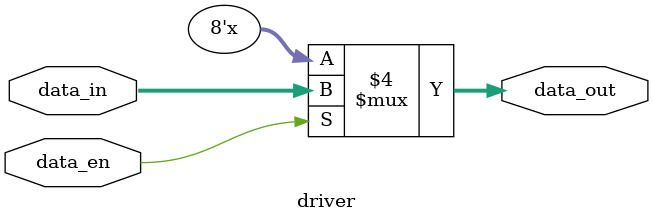
<source format=v>
module driver
#(parameter integer WIDTH = 8)
(input wire [WIDTH-1:0] data_in, 
 input wire data_en, 
 output reg [WIDTH-1:0] data_out); 

always @(data_in, data_en)
	if (data_en == 0)
		data_out = 8'hz;
	else
		data_out = data_in;

endmodule 

</source>
